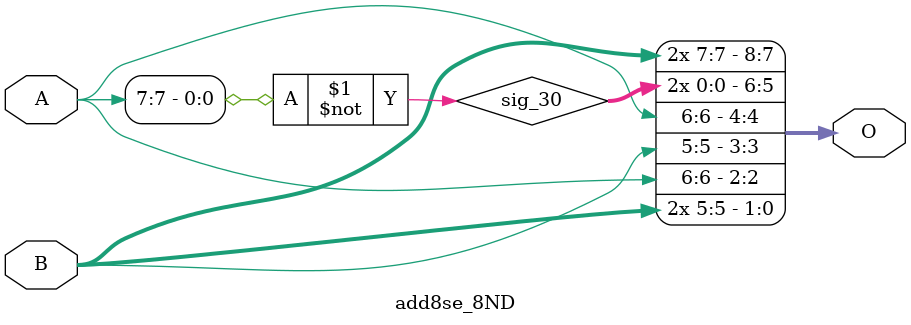
<source format=v>
/***
* This code is a part of EvoApproxLib library (ehw.fit.vutbr.cz/approxlib) distributed under The MIT License.
* When used, please cite the following article(s): V. Mrazek, L. Sekanina, Z. Vasicek "Libraries of Approximate Circuits: Automated Design and Application in CNN Accelerators" IEEE Journal on Emerging and Selected Topics in Circuits and Systems, Vol 10, No 4, 2020 
* This file contains a circuit from a sub-set of pareto optimal circuits with respect to the pwr and mre parameters
***/
// MAE% = 15.35 %
// MAE = 39 
// WCE% = 50.00 %
// WCE = 128 
// WCRE% = 9500.00 %
// EP% = 99.22 %
// MRE% = 100.10 %
// MSE = 2301 
// PDK45_PWR = 0.000065 mW
// PDK45_AREA = 1.4 um2
// PDK45_DELAY = 0.01 ns

module add8se_8ND (
    A,
    B,
    O
);

input [7:0] A;
input [7:0] B;
output [8:0] O;

wire sig_30;

assign sig_30 = ~A[7];

assign O[8] = B[7];
assign O[7] = B[7];
assign O[6] = sig_30;
assign O[5] = sig_30;
assign O[4] = A[6];
assign O[3] = B[5];
assign O[2] = A[6];
assign O[1] = B[5];
assign O[0] = B[5];

endmodule



</source>
